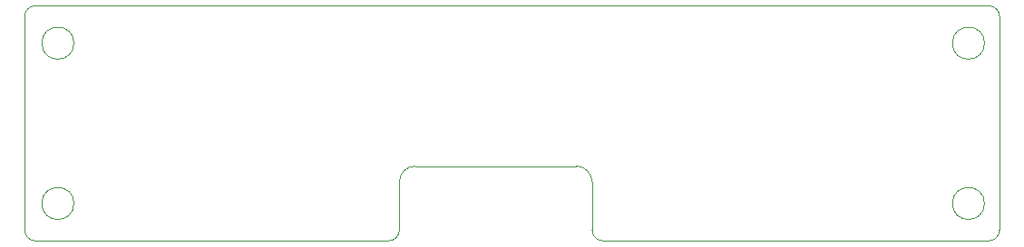
<source format=gbr>
%TF.GenerationSoftware,KiCad,Pcbnew,(6.0.8)*%
%TF.CreationDate,2023-04-29T21:49:54+02:00*%
%TF.ProjectId,Feniks,46656e69-6b73-42e6-9b69-6361645f7063,rev?*%
%TF.SameCoordinates,Original*%
%TF.FileFunction,Profile,NP*%
%FSLAX46Y46*%
G04 Gerber Fmt 4.6, Leading zero omitted, Abs format (unit mm)*
G04 Created by KiCad (PCBNEW (6.0.8)) date 2023-04-29 21:49:54*
%MOMM*%
%LPD*%
G01*
G04 APERTURE LIST*
%TA.AperFunction,Profile*%
%ADD10C,0.050000*%
%TD*%
G04 APERTURE END LIST*
D10*
X95323660Y-115150000D02*
X95323660Y-119650000D01*
X46950000Y-102150000D02*
G75*
G03*
X46950000Y-102150000I-1500000J0D01*
G01*
X131950000Y-102150000D02*
G75*
G03*
X131950000Y-102150000I-1500000J0D01*
G01*
X133350000Y-99650000D02*
X133350000Y-119650000D01*
X76323660Y-120649960D02*
G75*
G03*
X77323660Y-119650000I40J999960D01*
G01*
X77323660Y-119650000D02*
X77323660Y-115150000D01*
X46950000Y-117150000D02*
G75*
G03*
X46950000Y-117150000I-1500000J0D01*
G01*
X78823660Y-113650060D02*
G75*
G03*
X77323660Y-115150000I-60J-1499940D01*
G01*
X42350000Y-119650000D02*
G75*
G03*
X43350000Y-120650000I1000000J0D01*
G01*
X43350000Y-120650000D02*
X76323660Y-120650000D01*
X95323600Y-119650000D02*
G75*
G03*
X96323660Y-120650000I1000100J100D01*
G01*
X131950000Y-117150000D02*
G75*
G03*
X131950000Y-117150000I-1500000J0D01*
G01*
X132350000Y-120650000D02*
G75*
G03*
X133350000Y-119650000I0J1000000D01*
G01*
X133350000Y-99650000D02*
G75*
G03*
X132350000Y-98650000I-1000000J0D01*
G01*
X132350000Y-98650000D02*
X43350000Y-98650000D01*
X78823660Y-113650000D02*
X93823660Y-113650000D01*
X43350000Y-98650000D02*
G75*
G03*
X42350000Y-99650000I0J-1000000D01*
G01*
X95323700Y-115150000D02*
G75*
G03*
X93823660Y-113650000I-1500100J-100D01*
G01*
X132350000Y-120650000D02*
X96323660Y-120650000D01*
X42350000Y-119650000D02*
X42350000Y-99650000D01*
M02*

</source>
